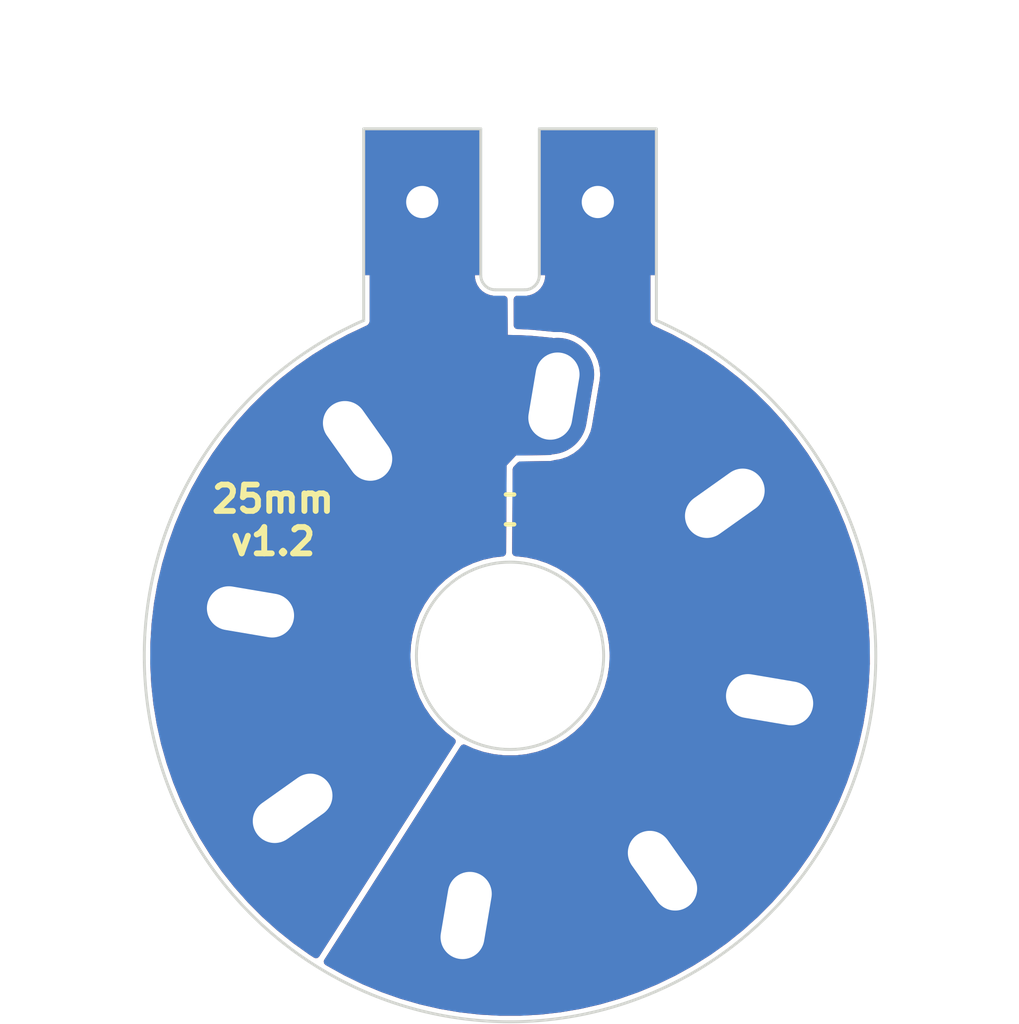
<source format=kicad_pcb>
(kicad_pcb (version 20221018) (generator pcbnew)
  (title_block (title "MOTOR TERMINAL BREAKOUT 25mm") (date "2024-04-17") (rev "v1.2") (company "CB-TECHNOLOGY"))
  (layers (0 "F.Cu" signal) (31 "B.Cu" signal) (34 "B.Paste" user) (35 "F.Paste" user) (36 "B.SilkS" user "B.Silkscreen") (37 "F.SilkS" user "F.Silkscreen") (38 "B.Mask" user) (39 "F.Mask" user) (44 "Edge.Cuts" user))
  (net 0 "")
  (net 1 "GND")
  (net 2 "+BATT")
  (footprint "C_Capacitor:C_0603" (layer "F.Cu") (at 220 145)
    (fp_text reference "C2" hide)
    (fp_text value "10nF 50V" hide)
    (fp_line (start -0.14058 -0.51) (end 0.14058 -0.51) (stroke (width 0.15)) (layer "F.SilkS"))
    (fp_line (start -0.14058 0.51) (end 0.14058 0.51) (stroke (width 0.15)) (layer "F.SilkS"))
    (pad "1" smd roundrect (at -0.775 0) (size 0.9 0.95) (layers "F.Cu" "F.Paste" "F.Mask") (net 2 "+BATT"))
    (pad "2" smd roundrect (at 0.775 0) (size 0.9 0.95) (layers "F.Cu" "F.Paste" "F.Mask") (net 1 "GND"))
  )
  (footprint "N_NonPart:Finger_4x5_M1" (layer "F.Cu") (at 223 134.5 90)
    (fp_text reference "N2" hide)
    (fp_text value "Finger_4x5_M1" hide)
    (fp_line (start 2.5 -2) (end -2.5 -2) (stroke (width 0.1)) (layer "Edge.Cuts"))
    (fp_line (start 2.5 -2) (end 2.5 2) (stroke (width 0.1)) (layer "Edge.Cuts"))
    (fp_line (start 2.5 2) (end -2.5 2) (stroke (width 0.1)) (layer "Edge.Cuts"))
    (pad "1" thru_hole rect (at 0 0 90) (size 5 4) (drill 1.1) (layers "*.Cu" "*.Mask") (net 1 "GND"))
  )
  (footprint "MOTOR_TERMINAL_BREAKOUT:22 Motor Terminal Lead" (layer "F.Cu") (at 227.34 144.79 35.37)
    (fp_text reference "M6" hide)
    (fp_text value "22 Motor Terminal Lead" hide)
    (pad "1" thru_hole oval (at 0 0 125.37) (size 2.5 4) (drill oval 1.5 3) (layers "*.Cu" "*.Mask") (net 1 "GND"))
  )
  (footprint "N_NonPart:Finger_4x5_M1" (layer "F.Cu") (at 217 134.5 90)
    (fp_text reference "N1" hide)
    (fp_text value "Finger_4x5_M1" hide)
    (fp_line (start 2.5 -2) (end -2.5 -2) (stroke (width 0.1)) (layer "Edge.Cuts"))
    (fp_line (start 2.5 -2) (end 2.5 2) (stroke (width 0.1)) (layer "Edge.Cuts"))
    (fp_line (start 2.5 2) (end -2.5 2) (stroke (width 0.1)) (layer "Edge.Cuts"))
    (pad "1" thru_hole rect (at 0 0 90) (size 5 4) (drill 1.1) (layers "*.Cu" "*.Mask") (net 2 "+BATT"))
  )
  (footprint "MOTOR_TERMINAL_BREAKOUT:22 Motor Terminal Lead" (layer "F.Cu") (at 214.79 142.66 125.37)
    (fp_text reference "M3" hide)
    (fp_text value "22 Motor Terminal Lead" hide)
    (pad "1" thru_hole oval (at 0 0 215.37) (size 2.5 4) (drill oval 1.5 3) (layers "*.Cu" "*.Mask") (net 2 "+BATT"))
  )
  (footprint "MOTOR_TERMINAL_BREAKOUT:22 Motor Terminal Lead" (layer "F.Cu") (at 211.13 148.5 170.4)
    (fp_text reference "M2" hide)
    (fp_text value "22 Motor Terminal Lead" hide)
    (pad "1" thru_hole oval (at 0 0 260.4) (size 2.5 4) (drill oval 1.5 3) (layers "*.Cu" "*.Mask") (net 2 "+BATT"))
  )
  (footprint "MOTOR_TERMINAL_BREAKOUT:22 Motor Terminal Lead" (layer "F.Cu") (at 212.57 155.21 35.37)
    (fp_text reference "M4" hide)
    (fp_text value "22 Motor Terminal Lead" hide)
    (pad "1" thru_hole oval (at 0 0 125.37) (size 2.5 4) (drill oval 1.5 3) (layers "*.Cu" "*.Mask") (net 2 "+BATT"))
  )
  (footprint "MOTOR_TERMINAL_BREAKOUT:22 Motor Terminal Lead" (layer "F.Cu") (at 225.21 157.34 125.37)
    (fp_text reference "M5" hide)
    (fp_text value "22 Motor Terminal Lead" hide)
    (pad "1" thru_hole oval (at 0 0 215.37) (size 2.5 4) (drill oval 1.5 3) (layers "*.Cu" "*.Mask") (net 1 "GND"))
  )
  (footprint "MOTOR_TERMINAL_BREAKOUT:22 Motor Terminal Lead" (layer "F.Cu") (at 221.5 141.13 80.4)
    (fp_text reference "M1" hide)
    (fp_text value "22 Motor Terminal Lead" hide)
    (pad "1" thru_hole oval (at 0 0 170.4) (size 2.5 4) (drill oval 1.5 3) (layers "*.Cu" "*.Mask") (net 2 "+BATT"))
  )
  (footprint "MOTOR_TERMINAL_BREAKOUT:22 Motor Terminal Lead" (layer "F.Cu") (at 218.5 158.87 80.4)
    (fp_text reference "M7" hide)
    (fp_text value "22 Motor Terminal Lead" hide)
    (pad "1" thru_hole oval (at 0 0 170.4) (size 2.5 4) (drill oval 1.5 3) (layers "*.Cu" "*.Mask") (net 1 "GND"))
  )
  (footprint "MOTOR_TERMINAL_BREAKOUT:22 Motor Terminal Lead" (layer "F.Cu") (at 228.87 151.5 170.4)
    (fp_text reference "M8" hide)
    (fp_text value "22 Motor Terminal Lead" hide)
    (pad "1" thru_hole oval (at 0 0 260.4) (size 2.5 4) (drill oval 1.5 3) (layers "*.Cu" "*.Mask") (net 1 "GND"))
  )
  (gr_arc (start 221 137) (mid 220.853553 137.353553) (end 220.5 137.5) (stroke (width 0.1)) (layer "Edge.Cuts"))
  (gr_arc (start 219.5 137.5) (mid 219.146447 137.353553) (end 219 137) (stroke (width 0.1)) (layer "Edge.Cuts"))
  (gr_line (start 215 137) (end 215 138.543561) (stroke (width 0.1)) (layer "Edge.Cuts"))
  (gr_circle (center 220 150) (end 223.2 150) (stroke (width 0.1)) (fill none) (layer "Edge.Cuts"))
  (gr_arc (start 225 138.543562) (mid 220 162.499999) (end 215 138.543562) (stroke (width 0.1)) (layer "Edge.Cuts"))
  (gr_line (start 225 137) (end 225 138.543561) (stroke (width 0.1)) (layer "Edge.Cuts"))
  (gr_line (start 220.5 137.5) (end 219.5 137.5) (stroke (width 0.1)) (layer "Edge.Cuts"))
  (gr_text "25mm\nv1.2" (at 211.9 145.37) (layer "F.SilkS") (effects (font (size 0.9 0.9) (thickness 0.2))))
  (zone (net 2) (net_name "+BATT") (layers "F&B.Cu") (priority 1) (connect_pads yes (clearance 0.2)) (min_thickness 0.254) (fill yes (thermal_gap 0.508) (thermal_bridge_width 0.508))
    (polygon (pts (xy 209.363564 141.93) (xy 205.321782 150.969192) (xy 212.261782 162.179192) (xy 219.843564 150.3) (xy 219.883564 143.5) (xy 220.201782 143.159192) (xy 221.491782 143.139192) (xy 221.561782 139.149192) (xy 221.151782 139.109192) (xy 220.731782 139.069192) (xy 220.361782 139.049192) (xy 219.921782 139.039192) (xy 219.881782 129.169192) (xy 209.951782 129.029192)))
  )
  (zone (net 1) (net_name "GND") (layers "F&B.Cu") (connect_pads yes (clearance 0.2)) (min_thickness 0.25) (fill yes (thermal_gap 0.5) (thermal_bridge_width 0.5))
    (polygon (pts (xy 202.57 127.6) (xy 237.41 127.66) (xy 236.32 162.52) (xy 204.93 162.59)))
  )
)
</source>
